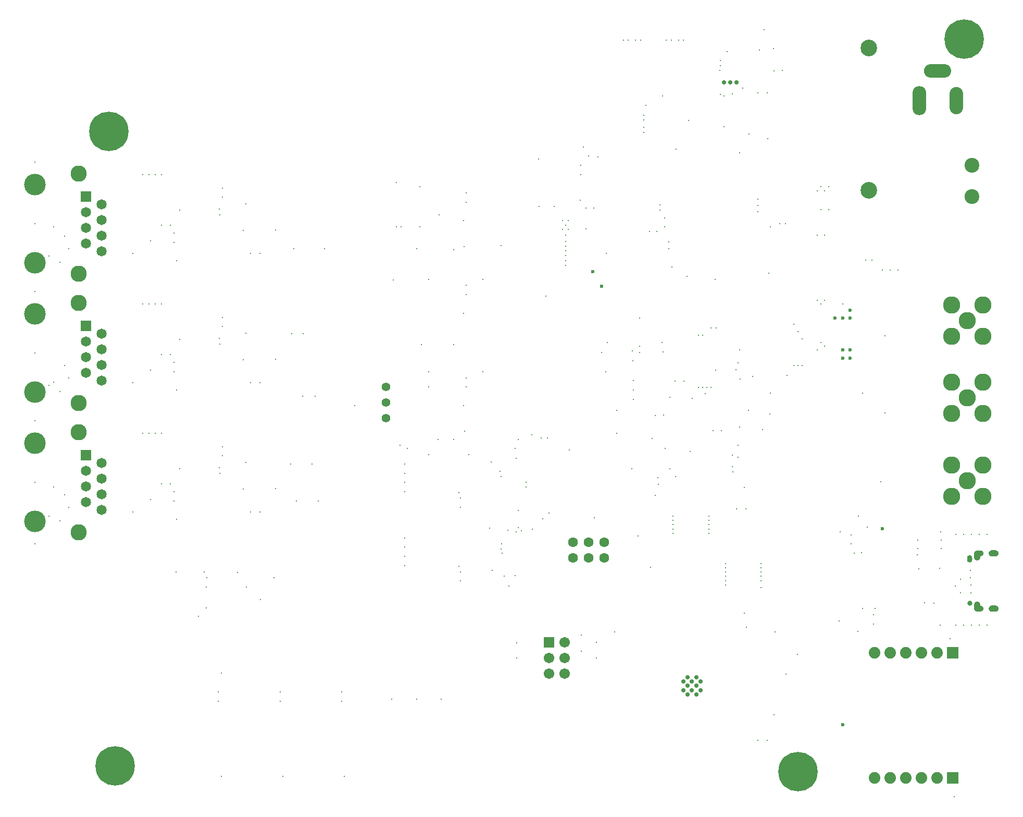
<source format=gbs>
G04*
G04 #@! TF.GenerationSoftware,Altium Limited,Altium Designer,24.5.1 (21)*
G04*
G04 Layer_Color=16711935*
%FSLAX25Y25*%
%MOIN*%
G70*
G04*
G04 #@! TF.SameCoordinates,BF01A39B-E5BE-45C2-AD7E-2E88940229C6*
G04*
G04*
G04 #@! TF.FilePolarity,Negative*
G04*
G01*
G75*
%ADD116C,0.03280*%
%ADD117R,0.07414X0.07414*%
%ADD118C,0.07414*%
%ADD119C,0.09461*%
%ADD120R,0.06706X0.06706*%
%ADD121C,0.06706*%
%ADD122C,0.06501*%
%ADD123R,0.06501X0.06501*%
%ADD124C,0.10367*%
%ADD125C,0.13792*%
%ADD126C,0.11036*%
%ADD127C,0.05524*%
%ADD128C,0.25210*%
%ADD129C,0.06312*%
%ADD130C,0.10642*%
%ADD131O,0.08800X0.17400*%
%ADD132O,0.17400X0.08800*%
%ADD133O,0.08800X0.18600*%
%ADD134C,0.01221*%
%ADD135C,0.01181*%
%ADD136C,0.02362*%
%ADD137C,0.02769*%
G36*
X616934Y165138D02*
X616939Y165138D01*
X617022Y165134D01*
X617105Y165130D01*
X617115Y165129D01*
X617125Y165128D01*
X617208Y165117D01*
X617214Y165115D01*
X617220Y165115D01*
X617299Y165099D01*
X617302Y165098D01*
X617306Y165097D01*
X617389Y165077D01*
X617395Y165076D01*
X617401Y165074D01*
X617480Y165051D01*
X617486Y165048D01*
X617492Y165046D01*
X617567Y165019D01*
X617570Y165017D01*
X617573Y165017D01*
X617652Y164985D01*
X617658Y164982D01*
X617664Y164980D01*
X617739Y164944D01*
X617745Y164941D01*
X617751Y164938D01*
X617822Y164899D01*
X617826Y164896D01*
X617830Y164894D01*
X617901Y164851D01*
X617903Y164849D01*
X617905Y164848D01*
X617972Y164804D01*
X617979Y164799D01*
X617986Y164795D01*
X618053Y164743D01*
X618058Y164739D01*
X618064Y164734D01*
X618127Y164679D01*
X618130Y164677D01*
X618132Y164674D01*
X618191Y164619D01*
X618197Y164614D01*
X618202Y164609D01*
X618257Y164550D01*
X618259Y164547D01*
X618262Y164545D01*
X618317Y164482D01*
X618321Y164476D01*
X618326Y164471D01*
X618377Y164404D01*
X618382Y164396D01*
X618387Y164390D01*
X618430Y164323D01*
X618432Y164320D01*
X618433Y164318D01*
X618477Y164247D01*
X618479Y164243D01*
X618481Y164239D01*
X618521Y164169D01*
X618524Y164162D01*
X618527Y164156D01*
X618562Y164081D01*
X618565Y164075D01*
X618568Y164069D01*
X618599Y163990D01*
X618600Y163987D01*
X618602Y163985D01*
X618629Y163910D01*
X618631Y163903D01*
X618633Y163897D01*
X618657Y163818D01*
X618658Y163812D01*
X618660Y163806D01*
X618680Y163724D01*
X618680Y163720D01*
X618681Y163716D01*
X618697Y163637D01*
X618698Y163631D01*
X618699Y163625D01*
X618711Y163542D01*
X618712Y163532D01*
X618713Y163522D01*
X618717Y163440D01*
X618721Y163357D01*
X618721Y163347D01*
X618721Y163336D01*
X618717Y163253D01*
X618713Y163171D01*
X618712Y163161D01*
X618711Y163150D01*
X618699Y163068D01*
X618698Y163062D01*
X618697Y163056D01*
X618681Y162977D01*
X618680Y162973D01*
X618680Y162969D01*
X618660Y162887D01*
X618658Y162881D01*
X618657Y162875D01*
X618633Y162796D01*
X618631Y162790D01*
X618629Y162783D01*
X618602Y162708D01*
X618600Y162706D01*
X618599Y162703D01*
X618568Y162624D01*
X618565Y162618D01*
X618562Y162612D01*
X618527Y162537D01*
X618524Y162531D01*
X618521Y162524D01*
X618481Y162454D01*
X618479Y162450D01*
X618477Y162446D01*
X618433Y162375D01*
X618432Y162373D01*
X618430Y162370D01*
X618387Y162303D01*
X618382Y162296D01*
X618377Y162289D01*
X618326Y162222D01*
X618321Y162217D01*
X618317Y162211D01*
X618262Y162148D01*
X618259Y162146D01*
X618257Y162143D01*
X618202Y162084D01*
X618197Y162079D01*
X618191Y162074D01*
X618132Y162018D01*
X618130Y162016D01*
X618127Y162014D01*
X618064Y161959D01*
X618059Y161954D01*
X618053Y161950D01*
X617986Y161898D01*
X617979Y161894D01*
X617972Y161889D01*
X617905Y161845D01*
X617903Y161844D01*
X617901Y161842D01*
X617830Y161799D01*
X617826Y161797D01*
X617822Y161794D01*
X617751Y161755D01*
X617745Y161752D01*
X617739Y161749D01*
X617664Y161713D01*
X617658Y161711D01*
X617652Y161708D01*
X617573Y161676D01*
X617570Y161675D01*
X617567Y161674D01*
X617492Y161647D01*
X617486Y161645D01*
X617480Y161642D01*
X617401Y161619D01*
X617395Y161617D01*
X617389Y161616D01*
X617306Y161596D01*
X617302Y161595D01*
X617299Y161594D01*
X617220Y161578D01*
X617214Y161578D01*
X617208Y161576D01*
X617125Y161565D01*
X617115Y161564D01*
X617105Y161563D01*
X617022Y161559D01*
X616939Y161555D01*
X616934Y161555D01*
X616929Y161554D01*
X616911D01*
X616895Y161552D01*
X616869Y161549D01*
X616867Y161549D01*
X616865Y161548D01*
X616847Y161546D01*
X616832Y161542D01*
X616816Y161538D01*
X616797Y161531D01*
X616775Y161521D01*
X616775Y161521D01*
X616758Y161514D01*
X616742Y161504D01*
X616742Y161504D01*
X616731Y161498D01*
X616722Y161491D01*
X616712Y161484D01*
X616703Y161477D01*
X616697Y161473D01*
X616689Y161465D01*
X616681Y161458D01*
X616675Y161451D01*
X616666Y161444D01*
X616659Y161436D01*
X616652Y161429D01*
X616646Y161421D01*
X616637Y161413D01*
X616634Y161407D01*
X616626Y161398D01*
X616620Y161389D01*
X616612Y161380D01*
X616606Y161369D01*
X616606Y161369D01*
X616596Y161352D01*
X616589Y161336D01*
X616580Y161313D01*
X616573Y161294D01*
X616568Y161278D01*
X616564Y161263D01*
X616562Y161245D01*
X616562Y161243D01*
X616562Y161241D01*
X616558Y161215D01*
X616556Y161199D01*
Y160689D01*
X616555Y160684D01*
X616556Y160679D01*
X616552Y160592D01*
D01*
Y160592D01*
X616548Y160506D01*
X616546Y160496D01*
X616546Y160486D01*
X616534Y160400D01*
X616533Y160395D01*
X616533Y160390D01*
X616517Y160304D01*
X616516Y160299D01*
X616515Y160294D01*
X616495Y160208D01*
X616492Y160198D01*
X616490Y160187D01*
X616462Y160105D01*
X616462Y160105D01*
X616434Y160022D01*
X616431Y160013D01*
X616428Y160005D01*
X616393Y159922D01*
X616392Y159921D01*
X616391Y159919D01*
X616356Y159840D01*
X616350Y159830D01*
X616345Y159820D01*
X616302Y159746D01*
X616300Y159742D01*
X616298Y159738D01*
X616251Y159663D01*
X616251Y159663D01*
X616203Y159589D01*
X616195Y159578D01*
X616187Y159567D01*
X616132Y159500D01*
X616132Y159500D01*
X616077Y159433D01*
X616075Y159430D01*
X616072Y159427D01*
X616013Y159360D01*
X616004Y159351D01*
X615994Y159341D01*
X615927Y159282D01*
X615924Y159280D01*
X615922Y159277D01*
X615855Y159222D01*
X615855Y159222D01*
X615788Y159167D01*
X615777Y159159D01*
X615766Y159151D01*
X615693Y159105D01*
X615624Y159059D01*
X615616Y159055D01*
X615609Y159050D01*
X615530Y159007D01*
X615522Y159003D01*
X615514Y158999D01*
X615436Y158963D01*
X615434Y158963D01*
X615432Y158962D01*
X615349Y158926D01*
X615341Y158923D01*
X615333Y158920D01*
X615250Y158892D01*
X615250Y158892D01*
X615167Y158865D01*
X615157Y158862D01*
X615147Y158859D01*
X615060Y158839D01*
X615055Y158839D01*
X615051Y158837D01*
X614964Y158822D01*
X614959Y158821D01*
X614955Y158820D01*
X614868Y158808D01*
X614858Y158808D01*
X614848Y158807D01*
X614762Y158803D01*
X614762D01*
X614762D01*
X614675Y158799D01*
X614665Y158799D01*
X614655Y158799D01*
X614569Y158803D01*
D01*
X614569D01*
X614482Y158807D01*
X614472Y158808D01*
X614463Y158808D01*
X614376Y158820D01*
X614371Y158821D01*
X614367Y158822D01*
X614280Y158837D01*
X614275Y158839D01*
X614271Y158839D01*
X614184Y158859D01*
X614174Y158862D01*
X614164Y158865D01*
X614081Y158892D01*
X613998Y158920D01*
X613990Y158923D01*
X613981Y158926D01*
X613899Y158962D01*
X613897Y158963D01*
X613895Y158963D01*
X613816Y158999D01*
X613807Y159004D01*
X613797Y159009D01*
X613722Y159052D01*
X613718Y159055D01*
X613715Y159056D01*
X613640Y159104D01*
X613640Y159104D01*
X613565Y159151D01*
X613554Y159159D01*
X613543Y159167D01*
X613476Y159222D01*
X613476Y159222D01*
X613409Y159277D01*
X613407Y159280D01*
X613404Y159282D01*
X613337Y159341D01*
X613327Y159351D01*
X613317Y159360D01*
X613258Y159427D01*
X613256Y159430D01*
X613254Y159433D01*
X613199Y159500D01*
X613143Y159567D01*
X613136Y159578D01*
X613127Y159589D01*
X613080Y159664D01*
X613080Y159664D01*
X613033Y159738D01*
X613031Y159742D01*
X613029Y159746D01*
X612985Y159820D01*
X612981Y159830D01*
X612975Y159840D01*
X612940Y159919D01*
X612939Y159921D01*
X612938Y159922D01*
X612903Y160005D01*
X612900Y160013D01*
X612896Y160022D01*
X612869Y160105D01*
X612869Y160105D01*
X612841Y160187D01*
X612839Y160198D01*
X612835Y160208D01*
X612816Y160294D01*
X612815Y160299D01*
X612814Y160304D01*
X612798Y160390D01*
X612798Y160395D01*
X612797Y160400D01*
X612785Y160486D01*
X612784Y160496D01*
X612783Y160506D01*
X612779Y160592D01*
Y160592D01*
Y160592D01*
X612775Y160679D01*
X612775Y160684D01*
X612775Y160689D01*
Y163347D01*
X612775Y163352D01*
X612775Y163357D01*
X612779Y163439D01*
X612779Y163440D01*
X612783Y163522D01*
X612784Y163532D01*
X612785Y163542D01*
X612797Y163625D01*
X612798Y163631D01*
X612799Y163637D01*
X612815Y163716D01*
X612816Y163720D01*
X612816Y163724D01*
X612836Y163806D01*
X612838Y163812D01*
X612839Y163818D01*
X612863Y163897D01*
X612865Y163903D01*
X612867Y163910D01*
X612895Y163985D01*
X612896Y163987D01*
X612897Y163990D01*
X612928Y164069D01*
X612931Y164075D01*
X612934Y164081D01*
X612969Y164156D01*
X612972Y164162D01*
X612976Y164169D01*
X613015Y164239D01*
X613017Y164243D01*
X613019Y164247D01*
X613063Y164318D01*
X613064Y164320D01*
X613066Y164323D01*
X613109Y164390D01*
X613114Y164397D01*
X613119Y164404D01*
X613170Y164471D01*
X613175Y164476D01*
X613179Y164482D01*
X613234Y164545D01*
X613237Y164547D01*
X613239Y164550D01*
X613294Y164609D01*
X613300Y164614D01*
X613305Y164619D01*
X613364Y164674D01*
X613366Y164677D01*
X613369Y164679D01*
X613432Y164734D01*
X613438Y164739D01*
X613443Y164743D01*
X613510Y164795D01*
X613517Y164799D01*
X613524Y164804D01*
X613591Y164848D01*
X613593Y164849D01*
X613595Y164851D01*
X613666Y164894D01*
X613670Y164896D01*
X613674Y164899D01*
X613745Y164938D01*
X613751Y164941D01*
X613757Y164944D01*
X613832Y164980D01*
X613838Y164982D01*
X613844Y164985D01*
X613923Y165017D01*
X613926Y165017D01*
X613929Y165019D01*
X614004Y165046D01*
X614010Y165048D01*
X614016Y165051D01*
X614095Y165074D01*
X614101Y165076D01*
X614107Y165077D01*
X614190Y165097D01*
X614194Y165098D01*
X614198Y165099D01*
X614276Y165115D01*
X614282Y165115D01*
X614288Y165117D01*
X614371Y165128D01*
X614381Y165129D01*
X614391Y165130D01*
X614474Y165134D01*
X614557Y165138D01*
X614562Y165138D01*
X614567Y165138D01*
X616929D01*
X616934Y165138D01*
D02*
G37*
G36*
X626480Y165311D02*
X626583Y165303D01*
X626685Y165291D01*
X626787Y165272D01*
X626886Y165248D01*
X626988Y165220D01*
X627083Y165185D01*
X627177Y165146D01*
X627272Y165102D01*
X627362Y165051D01*
X627449Y164996D01*
X627535Y164941D01*
X627618Y164878D01*
X627697Y164811D01*
X627772Y164740D01*
X627843Y164665D01*
X627910Y164587D01*
X627972Y164504D01*
X628028Y164417D01*
X628083Y164331D01*
X628134Y164240D01*
X628177Y164146D01*
X628217Y164051D01*
X628252Y163957D01*
X628279Y163854D01*
X628303Y163756D01*
X628323Y163654D01*
X628335Y163551D01*
X628342Y163449D01*
X628346Y163347D01*
X628342Y163244D01*
X628335Y163142D01*
X628323Y163039D01*
X628303Y162937D01*
X628279Y162839D01*
X628252Y162736D01*
X628217Y162642D01*
X628177Y162547D01*
X628134Y162453D01*
X628083Y162362D01*
X628028Y162276D01*
X627972Y162189D01*
X627910Y162106D01*
X627843Y162028D01*
X627772Y161953D01*
X627697Y161882D01*
X627618Y161815D01*
X627535Y161752D01*
X627449Y161697D01*
X627362Y161642D01*
X627272Y161591D01*
X627177Y161547D01*
X627083Y161508D01*
X626988Y161472D01*
X626886Y161445D01*
X626787Y161421D01*
X626685Y161402D01*
X626583Y161390D01*
X626480Y161382D01*
X626378Y161378D01*
X624016D01*
X623913Y161382D01*
X623811Y161390D01*
X623709Y161402D01*
X623606Y161421D01*
X623508Y161445D01*
X623406Y161472D01*
X623311Y161508D01*
X623216Y161547D01*
X623122Y161591D01*
X623032Y161642D01*
X622945Y161697D01*
X622858Y161752D01*
X622776Y161815D01*
X622697Y161882D01*
X622622Y161953D01*
X622551Y162028D01*
X622484Y162106D01*
X622421Y162189D01*
X622366Y162276D01*
X622311Y162362D01*
X622260Y162453D01*
X622217Y162547D01*
X622177Y162642D01*
X622142Y162736D01*
X622114Y162839D01*
X622090Y162937D01*
X622071Y163039D01*
X622059Y163142D01*
X622051Y163244D01*
X622047Y163347D01*
X622051Y163449D01*
X622059Y163551D01*
X622071Y163654D01*
X622090Y163756D01*
X622114Y163854D01*
X622142Y163957D01*
X622177Y164051D01*
X622217Y164146D01*
X622260Y164240D01*
X622311Y164331D01*
X622366Y164417D01*
X622421Y164504D01*
X622484Y164587D01*
X622551Y164665D01*
X622622Y164740D01*
X622697Y164811D01*
X622776Y164878D01*
X622858Y164941D01*
X622945Y164996D01*
X623032Y165051D01*
X623122Y165102D01*
X623216Y165146D01*
X623311Y165185D01*
X623406Y165220D01*
X623508Y165248D01*
X623606Y165272D01*
X623709Y165291D01*
X623811Y165303D01*
X623913Y165311D01*
X624016Y165315D01*
X626378D01*
X626480Y165311D01*
D02*
G37*
G36*
X609929Y162102D02*
X610012Y162098D01*
X610098Y162087D01*
X610181Y162071D01*
X610264Y162051D01*
X610347Y162028D01*
X610429Y161996D01*
X610508Y161965D01*
X610583Y161929D01*
X610658Y161886D01*
X610732Y161843D01*
X610803Y161795D01*
X610870Y161744D01*
X610937Y161685D01*
X610996Y161626D01*
X611055Y161567D01*
X611114Y161500D01*
X611165Y161433D01*
X611213Y161362D01*
X611256Y161287D01*
X611299Y161213D01*
X611335Y161138D01*
X611366Y161059D01*
X611398Y160976D01*
X611421Y160894D01*
X611441Y160811D01*
X611457Y160728D01*
X611469Y160642D01*
X611472Y160559D01*
X611476Y160472D01*
Y159213D01*
X611472Y159126D01*
X611469Y159043D01*
X611457Y158957D01*
X611441Y158874D01*
X611421Y158791D01*
X611398Y158709D01*
X611366Y158626D01*
X611335Y158547D01*
X611299Y158472D01*
X611256Y158394D01*
X611213Y158323D01*
X611165Y158252D01*
X611114Y158185D01*
X611055Y158118D01*
X610996Y158059D01*
X610937Y158000D01*
X610870Y157941D01*
X610803Y157890D01*
X610732Y157843D01*
X610658Y157799D01*
X610583Y157756D01*
X610508Y157720D01*
X610429Y157689D01*
X610347Y157658D01*
X610264Y157634D01*
X610181Y157614D01*
X610098Y157598D01*
X610012Y157587D01*
X609929Y157583D01*
X609842Y157579D01*
X609756Y157583D01*
X609673Y157587D01*
X609587Y157598D01*
X609504Y157614D01*
X609421Y157634D01*
X609339Y157658D01*
X609256Y157689D01*
X609177Y157720D01*
X609102Y157756D01*
X609028Y157799D01*
X608953Y157843D01*
X608882Y157890D01*
X608815Y157941D01*
X608748Y158000D01*
X608689Y158059D01*
X608630Y158118D01*
X608571Y158185D01*
X608520Y158252D01*
X608472Y158323D01*
X608429Y158394D01*
X608386Y158472D01*
X608350Y158547D01*
X608319Y158626D01*
X608287Y158709D01*
X608264Y158791D01*
X608244Y158874D01*
X608228Y158957D01*
X608216Y159043D01*
X608213Y159126D01*
X608209Y159213D01*
Y160472D01*
X608213Y160559D01*
X608216Y160642D01*
X608228Y160728D01*
X608244Y160811D01*
X608264Y160894D01*
X608287Y160976D01*
X608319Y161059D01*
X608350Y161138D01*
X608386Y161213D01*
X608429Y161287D01*
X608472Y161362D01*
X608520Y161433D01*
X608571Y161500D01*
X608630Y161567D01*
X608689Y161626D01*
X608748Y161685D01*
X608815Y161744D01*
X608882Y161795D01*
X608953Y161843D01*
X609028Y161886D01*
X609102Y161929D01*
X609177Y161965D01*
X609256Y161996D01*
X609339Y162028D01*
X609421Y162051D01*
X609504Y162071D01*
X609587Y162087D01*
X609673Y162098D01*
X609756Y162102D01*
X609842Y162106D01*
X609929Y162102D01*
D02*
G37*
G36*
X614762Y132536D02*
D01*
X614762D01*
X614848Y132532D01*
X614858Y132531D01*
X614868Y132530D01*
X614955Y132518D01*
X614959Y132517D01*
X614964Y132517D01*
X615051Y132501D01*
X615055Y132500D01*
X615060Y132499D01*
X615147Y132480D01*
X615157Y132476D01*
X615167Y132474D01*
X615250Y132446D01*
X615333Y132419D01*
X615341Y132415D01*
X615349Y132412D01*
X615432Y132377D01*
X615434Y132376D01*
X615436Y132375D01*
X615514Y132340D01*
X615522Y132336D01*
X615530Y132332D01*
X615609Y132289D01*
X615616Y132284D01*
X615624Y132279D01*
X615693Y132234D01*
X615766Y132188D01*
X615777Y132179D01*
X615788Y132172D01*
X615855Y132116D01*
X615855Y132116D01*
X615922Y132061D01*
X615924Y132059D01*
X615927Y132057D01*
X615994Y131998D01*
X616003Y131988D01*
X616013Y131978D01*
X616072Y131911D01*
X616075Y131909D01*
X616077Y131906D01*
X616132Y131839D01*
X616187Y131772D01*
X616195Y131761D01*
X616203Y131750D01*
X616251Y131675D01*
X616251Y131675D01*
X616298Y131600D01*
X616300Y131597D01*
X616302Y131593D01*
X616345Y131518D01*
X616350Y131508D01*
X616356Y131499D01*
X616391Y131420D01*
X616392Y131418D01*
X616393Y131416D01*
X616428Y131334D01*
X616431Y131325D01*
X616434Y131317D01*
X616462Y131234D01*
X616462Y131234D01*
X616490Y131151D01*
X616492Y131141D01*
X616495Y131131D01*
X616515Y131044D01*
X616516Y131040D01*
X616517Y131035D01*
X616533Y130948D01*
X616533Y130944D01*
X616534Y130939D01*
X616546Y130852D01*
X616546Y130842D01*
X616548Y130833D01*
X616552Y130746D01*
Y130746D01*
Y130746D01*
X616556Y130659D01*
X616555Y130655D01*
X616556Y130650D01*
Y130140D01*
X616558Y130123D01*
X616562Y130098D01*
X616562Y130096D01*
X616562Y130094D01*
X616564Y130075D01*
X616568Y130060D01*
X616573Y130044D01*
X616580Y130026D01*
X616589Y130003D01*
X616589Y130003D01*
X616596Y129987D01*
X616606Y129970D01*
X616606Y129970D01*
X616612Y129959D01*
X616620Y129950D01*
X616626Y129941D01*
X616634Y129931D01*
X616637Y129926D01*
X616646Y129917D01*
X616652Y129910D01*
X616659Y129903D01*
X616666Y129894D01*
X616675Y129887D01*
X616681Y129880D01*
X616689Y129874D01*
X616697Y129866D01*
X616703Y129862D01*
X616712Y129855D01*
X616722Y129848D01*
X616731Y129841D01*
X616742Y129834D01*
X616758Y129825D01*
X616775Y129818D01*
X616797Y129808D01*
X616816Y129801D01*
X616832Y129797D01*
X616847Y129793D01*
X616865Y129790D01*
X616867Y129790D01*
X616869Y129790D01*
X616895Y129786D01*
X616911Y129784D01*
X616929D01*
X616934Y129784D01*
X616939Y129784D01*
X617022Y129780D01*
X617105Y129776D01*
X617115Y129775D01*
X617125Y129774D01*
X617208Y129762D01*
X617214Y129761D01*
X617220Y129760D01*
X617299Y129745D01*
X617302Y129743D01*
X617306Y129743D01*
X617389Y129723D01*
X617395Y129721D01*
X617401Y129720D01*
X617480Y129696D01*
X617486Y129694D01*
X617492Y129692D01*
X617567Y129665D01*
X617570Y129663D01*
X617573Y129662D01*
X617652Y129631D01*
X617658Y129628D01*
X617664Y129625D01*
X617739Y129590D01*
X617745Y129587D01*
X617751Y129584D01*
X617822Y129544D01*
X617826Y129542D01*
X617830Y129540D01*
X617901Y129496D01*
X617903Y129495D01*
X617905Y129493D01*
X617972Y129450D01*
X617979Y129445D01*
X617986Y129440D01*
X618053Y129389D01*
X618058Y129384D01*
X618064Y129380D01*
X618127Y129325D01*
X618130Y129322D01*
X618132Y129320D01*
X618191Y129265D01*
X618197Y129260D01*
X618202Y129254D01*
X618257Y129195D01*
X618259Y129193D01*
X618262Y129190D01*
X618317Y129127D01*
X618321Y129121D01*
X618326Y129116D01*
X618377Y129049D01*
X618382Y129042D01*
X618387Y129035D01*
X618430Y128968D01*
X618432Y128966D01*
X618433Y128964D01*
X618477Y128893D01*
X618479Y128889D01*
X618481Y128885D01*
X618521Y128814D01*
X618524Y128808D01*
X618527Y128802D01*
X618562Y128727D01*
X618565Y128721D01*
X618568Y128715D01*
X618599Y128636D01*
X618600Y128633D01*
X618602Y128630D01*
X618629Y128555D01*
X618631Y128549D01*
X618633Y128543D01*
X618657Y128464D01*
X618658Y128458D01*
X618660Y128452D01*
X618680Y128369D01*
X618680Y128365D01*
X618681Y128361D01*
X618697Y128283D01*
X618698Y128277D01*
X618699Y128271D01*
X618711Y128188D01*
X618712Y128178D01*
X618713Y128168D01*
X618717Y128085D01*
X618721Y128003D01*
X618721Y127992D01*
X618721Y127982D01*
X618717Y127899D01*
X618713Y127816D01*
X618712Y127806D01*
X618711Y127796D01*
X618699Y127713D01*
X618698Y127707D01*
X618697Y127701D01*
X618681Y127623D01*
X618680Y127619D01*
X618680Y127615D01*
X618660Y127532D01*
X618658Y127526D01*
X618657Y127520D01*
X618633Y127442D01*
X618631Y127435D01*
X618629Y127429D01*
X618602Y127354D01*
X618600Y127351D01*
X618599Y127348D01*
X618568Y127270D01*
X618565Y127264D01*
X618562Y127257D01*
X618527Y127183D01*
X618524Y127176D01*
X618521Y127170D01*
X618481Y127099D01*
X618479Y127095D01*
X618477Y127091D01*
X618433Y127021D01*
X618432Y127018D01*
X618430Y127016D01*
X618387Y126949D01*
X618382Y126942D01*
X618377Y126935D01*
X618326Y126868D01*
X618321Y126863D01*
X618317Y126857D01*
X618262Y126794D01*
X618259Y126792D01*
X618257Y126789D01*
X618202Y126730D01*
X618197Y126725D01*
X618191Y126719D01*
X618132Y126664D01*
X618130Y126662D01*
X618127Y126659D01*
X618064Y126604D01*
X618059Y126600D01*
X618053Y126595D01*
X617986Y126544D01*
X617979Y126539D01*
X617972Y126534D01*
X617905Y126491D01*
X617903Y126489D01*
X617901Y126488D01*
X617830Y126445D01*
X617826Y126443D01*
X617822Y126440D01*
X617751Y126401D01*
X617745Y126398D01*
X617739Y126394D01*
X617664Y126359D01*
X617658Y126356D01*
X617652Y126353D01*
X617573Y126322D01*
X617570Y126321D01*
X617567Y126320D01*
X617492Y126292D01*
X617486Y126290D01*
X617480Y126288D01*
X617401Y126264D01*
X617395Y126263D01*
X617389Y126261D01*
X617306Y126242D01*
X617302Y126241D01*
X617299Y126240D01*
X617220Y126224D01*
X617214Y126223D01*
X617208Y126222D01*
X617125Y126210D01*
X617115Y126209D01*
X617105Y126208D01*
X617022Y126204D01*
X616939Y126200D01*
X616934Y126200D01*
X616929Y126200D01*
X614567D01*
X614562Y126200D01*
X614557Y126200D01*
X614474Y126204D01*
X614391Y126208D01*
X614381Y126209D01*
X614371Y126210D01*
X614288Y126222D01*
X614282Y126223D01*
X614276Y126224D01*
X614198Y126240D01*
X614194Y126241D01*
X614190Y126242D01*
X614107Y126261D01*
X614101Y126263D01*
X614095Y126264D01*
X614016Y126288D01*
X614010Y126290D01*
X614004Y126292D01*
X613929Y126320D01*
X613926Y126321D01*
X613923Y126322D01*
X613844Y126353D01*
X613838Y126356D01*
X613832Y126359D01*
X613757Y126394D01*
X613751Y126398D01*
X613745Y126401D01*
X613674Y126440D01*
X613670Y126443D01*
X613666Y126445D01*
X613595Y126488D01*
X613593Y126490D01*
X613591Y126491D01*
X613524Y126534D01*
X613517Y126539D01*
X613510Y126544D01*
X613443Y126595D01*
X613438Y126600D01*
X613432Y126604D01*
X613369Y126659D01*
X613366Y126662D01*
X613364Y126664D01*
X613305Y126719D01*
X613300Y126725D01*
X613294Y126730D01*
X613239Y126789D01*
X613237Y126792D01*
X613234Y126794D01*
X613179Y126857D01*
X613175Y126863D01*
X613170Y126868D01*
X613119Y126935D01*
X613114Y126942D01*
X613109Y126949D01*
X613066Y127016D01*
X613064Y127018D01*
X613063Y127021D01*
X613019Y127092D01*
X613017Y127095D01*
X613015Y127099D01*
X612976Y127170D01*
X612972Y127176D01*
X612969Y127183D01*
X612934Y127257D01*
X612931Y127264D01*
X612928Y127270D01*
X612897Y127348D01*
X612896Y127351D01*
X612895Y127354D01*
X612867Y127429D01*
X612865Y127435D01*
X612863Y127442D01*
X612839Y127520D01*
X612838Y127526D01*
X612836Y127532D01*
X612816Y127615D01*
X612816Y127619D01*
X612815Y127623D01*
X612799Y127701D01*
X612798Y127708D01*
X612797Y127713D01*
X612785Y127796D01*
X612784Y127806D01*
X612783Y127816D01*
X612779Y127899D01*
Y127899D01*
Y127899D01*
X612775Y127982D01*
X612775Y127987D01*
X612775Y127992D01*
Y130650D01*
X612775Y130655D01*
X612775Y130659D01*
X612779Y130746D01*
D01*
Y130746D01*
X612783Y130833D01*
X612784Y130842D01*
X612785Y130852D01*
X612797Y130939D01*
X612798Y130944D01*
X612798Y130948D01*
X612814Y131035D01*
X612815Y131040D01*
X612816Y131044D01*
X612835Y131131D01*
X612839Y131141D01*
X612841Y131151D01*
X612869Y131234D01*
X612896Y131317D01*
X612900Y131325D01*
X612903Y131334D01*
X612938Y131416D01*
X612939Y131418D01*
X612940Y131420D01*
X612975Y131499D01*
X612981Y131508D01*
X612985Y131518D01*
X613029Y131593D01*
X613031Y131597D01*
X613033Y131600D01*
X613080Y131675D01*
X613080Y131675D01*
X613127Y131750D01*
X613136Y131761D01*
X613143Y131772D01*
X613199Y131839D01*
X613199Y131839D01*
X613254Y131906D01*
X613256Y131909D01*
X613258Y131911D01*
X613317Y131978D01*
X613327Y131988D01*
X613337Y131998D01*
X613404Y132056D01*
X613407Y132059D01*
X613409Y132061D01*
X613476Y132116D01*
X613543Y132172D01*
X613554Y132179D01*
X613565Y132188D01*
X613640Y132235D01*
X613640Y132235D01*
X613715Y132282D01*
X613718Y132284D01*
X613722Y132286D01*
X613797Y132330D01*
X613807Y132334D01*
X613816Y132340D01*
X613895Y132375D01*
X613897Y132376D01*
X613899Y132377D01*
X613981Y132412D01*
X613990Y132415D01*
X613998Y132419D01*
X614081Y132446D01*
X614081Y132446D01*
X614164Y132474D01*
X614174Y132476D01*
X614184Y132480D01*
X614271Y132499D01*
X614275Y132500D01*
X614280Y132501D01*
X614367Y132517D01*
X614371Y132517D01*
X614376Y132518D01*
X614463Y132530D01*
X614472Y132531D01*
X614482Y132532D01*
X614569Y132536D01*
X614569D01*
D01*
X614655Y132540D01*
X614665Y132539D01*
X614675Y132540D01*
X614762Y132536D01*
D02*
G37*
G36*
X626480Y129957D02*
X626583Y129949D01*
X626685Y129937D01*
X626787Y129917D01*
X626886Y129894D01*
X626988Y129866D01*
X627083Y129831D01*
X627177Y129791D01*
X627272Y129748D01*
X627362Y129697D01*
X627449Y129642D01*
X627535Y129587D01*
X627618Y129524D01*
X627697Y129457D01*
X627772Y129386D01*
X627843Y129311D01*
X627910Y129232D01*
X627972Y129150D01*
X628028Y129063D01*
X628083Y128976D01*
X628134Y128886D01*
X628177Y128791D01*
X628217Y128697D01*
X628252Y128602D01*
X628279Y128500D01*
X628303Y128402D01*
X628323Y128299D01*
X628335Y128197D01*
X628342Y128094D01*
X628346Y127992D01*
X628342Y127890D01*
X628335Y127787D01*
X628323Y127685D01*
X628303Y127583D01*
X628279Y127484D01*
X628252Y127382D01*
X628217Y127287D01*
X628177Y127193D01*
X628134Y127098D01*
X628083Y127008D01*
X628028Y126921D01*
X627972Y126835D01*
X627910Y126752D01*
X627843Y126673D01*
X627772Y126598D01*
X627697Y126528D01*
X627618Y126461D01*
X627535Y126398D01*
X627449Y126342D01*
X627362Y126287D01*
X627272Y126236D01*
X627177Y126193D01*
X627083Y126154D01*
X626988Y126118D01*
X626886Y126091D01*
X626787Y126067D01*
X626685Y126047D01*
X626583Y126035D01*
X626480Y126028D01*
X626378Y126024D01*
X624016D01*
X623913Y126028D01*
X623811Y126035D01*
X623709Y126047D01*
X623606Y126067D01*
X623508Y126091D01*
X623406Y126118D01*
X623311Y126154D01*
X623216Y126193D01*
X623122Y126236D01*
X623032Y126287D01*
X622945Y126342D01*
X622858Y126398D01*
X622776Y126461D01*
X622697Y126528D01*
X622622Y126598D01*
X622551Y126673D01*
X622484Y126752D01*
X622421Y126835D01*
X622366Y126921D01*
X622311Y127008D01*
X622260Y127098D01*
X622217Y127193D01*
X622177Y127287D01*
X622142Y127382D01*
X622114Y127484D01*
X622090Y127583D01*
X622071Y127685D01*
X622059Y127787D01*
X622051Y127890D01*
X622047Y127992D01*
X622051Y128094D01*
X622059Y128197D01*
X622071Y128299D01*
X622090Y128402D01*
X622114Y128500D01*
X622142Y128602D01*
X622177Y128697D01*
X622217Y128791D01*
X622260Y128886D01*
X622311Y128976D01*
X622366Y129063D01*
X622421Y129150D01*
X622484Y129232D01*
X622551Y129311D01*
X622622Y129386D01*
X622697Y129457D01*
X622776Y129524D01*
X622858Y129587D01*
X622945Y129642D01*
X623032Y129697D01*
X623122Y129748D01*
X623216Y129791D01*
X623311Y129831D01*
X623406Y129866D01*
X623508Y129894D01*
X623606Y129917D01*
X623709Y129937D01*
X623811Y129949D01*
X623913Y129957D01*
X624016Y129961D01*
X626378D01*
X626480Y129957D01*
D02*
G37*
D116*
X609842Y131496D02*
D03*
Y159843D02*
D03*
D117*
X599114Y99843D02*
D03*
Y19842D02*
D03*
D118*
X589114Y99843D02*
D03*
X579114D02*
D03*
X569114D02*
D03*
X559114D02*
D03*
X549114D02*
D03*
X589114Y19842D02*
D03*
X579114D02*
D03*
X569114D02*
D03*
X559114D02*
D03*
X549114D02*
D03*
D119*
X611417Y411575D02*
D03*
Y391575D02*
D03*
D120*
X340551Y106457D02*
D03*
D121*
X350551D02*
D03*
X340551Y96457D02*
D03*
X350551D02*
D03*
X340551Y86457D02*
D03*
X350551D02*
D03*
D122*
X54291Y191161D02*
D03*
X44291Y196161D02*
D03*
X54291Y201161D02*
D03*
X44291Y206161D02*
D03*
X54291Y211161D02*
D03*
X44291Y216161D02*
D03*
X54291Y221161D02*
D03*
Y273839D02*
D03*
X44291Y278839D02*
D03*
X54291Y283839D02*
D03*
X44291Y288839D02*
D03*
X54291Y293839D02*
D03*
X44291Y298839D02*
D03*
X54291Y303839D02*
D03*
Y356516D02*
D03*
X44291Y361516D02*
D03*
X54291Y366516D02*
D03*
X44291Y371516D02*
D03*
X54291Y376516D02*
D03*
X44291Y381516D02*
D03*
X54291Y386516D02*
D03*
D123*
X44291Y226161D02*
D03*
Y308839D02*
D03*
Y391516D02*
D03*
D124*
X39803Y176654D02*
D03*
Y240669D02*
D03*
Y259331D02*
D03*
Y323346D02*
D03*
Y342008D02*
D03*
Y406024D02*
D03*
D125*
X11811Y183661D02*
D03*
Y233661D02*
D03*
Y266339D02*
D03*
Y316339D02*
D03*
Y349016D02*
D03*
Y399016D02*
D03*
D126*
X598268Y219646D02*
D03*
Y199646D02*
D03*
X618268D02*
D03*
Y219646D02*
D03*
X608268Y209646D02*
D03*
X598268Y272795D02*
D03*
Y252795D02*
D03*
X618268D02*
D03*
Y272795D02*
D03*
X608268Y262795D02*
D03*
X598268Y322008D02*
D03*
Y302008D02*
D03*
X618268D02*
D03*
Y322008D02*
D03*
X608268Y312008D02*
D03*
D127*
X236221Y249843D02*
D03*
Y259842D02*
D03*
Y269843D02*
D03*
D128*
X500000Y23622D02*
D03*
X62992Y27559D02*
D03*
X59055Y433071D02*
D03*
X606299Y492126D02*
D03*
D129*
X376142Y170354D02*
D03*
Y160354D02*
D03*
X366142Y170354D02*
D03*
Y160354D02*
D03*
X356142Y170354D02*
D03*
Y160354D02*
D03*
D130*
X545276Y486349D02*
D03*
X545275Y395540D02*
D03*
D131*
X601378Y452756D02*
D03*
D132*
X589370Y471654D02*
D03*
D133*
X577756Y452756D02*
D03*
D134*
X338583Y327756D02*
D03*
X333858Y415354D02*
D03*
X349213Y370472D02*
D03*
X353150D02*
D03*
X349213Y375984D02*
D03*
X353150D02*
D03*
X351181Y373228D02*
D03*
X362598Y423228D02*
D03*
X372047Y416929D02*
D03*
X366142Y417323D02*
D03*
X361024Y411417D02*
D03*
Y405512D02*
D03*
X334252Y385039D02*
D03*
X344094D02*
D03*
X364173Y384252D02*
D03*
X369291D02*
D03*
X351350Y353904D02*
D03*
Y359904D02*
D03*
Y347404D02*
D03*
Y362904D02*
D03*
Y356904D02*
D03*
Y350404D02*
D03*
X351461Y366764D02*
D03*
D135*
X468176Y254703D02*
D03*
X454724Y484252D02*
D03*
X413386Y455709D02*
D03*
X452756D02*
D03*
X450182Y456693D02*
D03*
X430118Y439961D02*
D03*
X422094Y421828D02*
D03*
X457874Y457087D02*
D03*
X452756Y436024D02*
D03*
X377165Y355118D02*
D03*
X470866Y276378D02*
D03*
X462992Y274803D02*
D03*
X610383Y147835D02*
D03*
X603893Y138233D02*
D03*
X610715Y143203D02*
D03*
X610394Y152362D02*
D03*
X597244Y108661D02*
D03*
X364173Y370866D02*
D03*
X360630Y388976D02*
D03*
X413779Y292126D02*
D03*
X412992Y298031D02*
D03*
X398819Y295669D02*
D03*
Y291732D02*
D03*
X377953Y298031D02*
D03*
X591031Y117311D02*
D03*
X591350Y177165D02*
D03*
X576378Y162598D02*
D03*
X610630Y138189D02*
D03*
X600787Y142520D02*
D03*
X603937Y146850D02*
D03*
X549213Y127953D02*
D03*
X141339Y151181D02*
D03*
X121653Y147638D02*
D03*
X121260Y141732D02*
D03*
X146850D02*
D03*
X120079Y151575D02*
D03*
X101969D02*
D03*
X514567Y322835D02*
D03*
X512205Y325197D02*
D03*
X516929D02*
D03*
X553150Y209055D02*
D03*
X528740Y322835D02*
D03*
X436221Y269291D02*
D03*
X444488D02*
D03*
X441732D02*
D03*
X438976D02*
D03*
X440551Y265354D02*
D03*
X462598Y293307D02*
D03*
X512205D02*
D03*
X516929Y295669D02*
D03*
X514567Y298031D02*
D03*
X519685Y383071D02*
D03*
X514567D02*
D03*
X497244Y283465D02*
D03*
X500000D02*
D03*
X502756D02*
D03*
X398819Y313779D02*
D03*
X314961Y142520D02*
D03*
X304331Y152362D02*
D03*
X318898Y149213D02*
D03*
X286614Y241339D02*
D03*
X303543Y221654D02*
D03*
X240945Y338189D02*
D03*
X270303Y379710D02*
D03*
X286221Y359449D02*
D03*
X309842Y360236D02*
D03*
X353543Y229528D02*
D03*
X393701Y217323D02*
D03*
X130905Y20669D02*
D03*
X170276D02*
D03*
X209646D02*
D03*
X492913Y277165D02*
D03*
X502756Y300394D02*
D03*
X482283Y265748D02*
D03*
X541339D02*
D03*
X450955Y241900D02*
D03*
X445521Y241880D02*
D03*
X481882Y252370D02*
D03*
X418110Y262992D02*
D03*
X438976Y302755D02*
D03*
X436220D02*
D03*
X444488Y307480D02*
D03*
X447637Y307480D02*
D03*
X320866Y190945D02*
D03*
X11811Y169291D02*
D03*
Y208661D02*
D03*
Y248031D02*
D03*
Y291339D02*
D03*
Y330709D02*
D03*
Y374016D02*
D03*
Y413386D02*
D03*
X302756Y179528D02*
D03*
X374409Y291732D02*
D03*
X408661Y200394D02*
D03*
X164567Y147638D02*
D03*
X155905Y133858D02*
D03*
X116260Y122953D02*
D03*
X121260Y128347D02*
D03*
X514567Y397638D02*
D03*
X512205Y395276D02*
D03*
X519685Y397638D02*
D03*
X516929Y395276D02*
D03*
Y366929D02*
D03*
X512205D02*
D03*
X497244Y309842D02*
D03*
X447244Y280315D02*
D03*
X500000Y305118D02*
D03*
X369685Y186221D02*
D03*
X484645Y471653D02*
D03*
X104331Y300197D02*
D03*
X144882Y287008D02*
D03*
X104331Y217520D02*
D03*
X144882Y204331D02*
D03*
X85630Y280512D02*
D03*
Y197835D02*
D03*
X312007Y148622D02*
D03*
X310630Y163386D02*
D03*
X461587Y285039D02*
D03*
X460433Y280878D02*
D03*
X23622Y205709D02*
D03*
Y272835D02*
D03*
X322987Y177761D02*
D03*
X325875Y205793D02*
D03*
X474409Y43681D02*
D03*
X480315D02*
D03*
X484815Y59992D02*
D03*
X216161Y257874D02*
D03*
X287776Y393701D02*
D03*
Y387795D02*
D03*
X286051Y375984D02*
D03*
Y257874D02*
D03*
X287776Y334646D02*
D03*
Y328740D02*
D03*
X286051Y316929D02*
D03*
X287776Y269685D02*
D03*
Y275590D02*
D03*
X248406Y202756D02*
D03*
X283839Y192913D02*
D03*
Y198819D02*
D03*
X282874Y202193D02*
D03*
Y154949D02*
D03*
X283839Y145669D02*
D03*
Y151575D02*
D03*
X248406Y155512D02*
D03*
Y161417D02*
D03*
Y167323D02*
D03*
Y173228D02*
D03*
Y208661D02*
D03*
Y214567D02*
D03*
Y220472D02*
D03*
X263779Y269685D02*
D03*
X383858Y240158D02*
D03*
Y254921D02*
D03*
X376969Y279528D02*
D03*
X263779Y338583D02*
D03*
X298228D02*
D03*
X263779Y279528D02*
D03*
X298228D02*
D03*
X289370Y226378D02*
D03*
X263779D02*
D03*
X320866Y236221D02*
D03*
X250000Y230315D02*
D03*
X245276Y232283D02*
D03*
X318898Y230315D02*
D03*
X257874Y372047D02*
D03*
Y397638D02*
D03*
X243110Y372047D02*
D03*
X246063D02*
D03*
X279528Y236221D02*
D03*
X255906Y358268D02*
D03*
X192913Y196850D02*
D03*
X183071Y263779D02*
D03*
X191142D02*
D03*
X177165Y358268D02*
D03*
X196850D02*
D03*
X188976Y220472D02*
D03*
X175197D02*
D03*
X179134Y196850D02*
D03*
X129134Y74803D02*
D03*
Y68898D02*
D03*
X168504Y74803D02*
D03*
Y68898D02*
D03*
X207874Y74803D02*
D03*
Y68898D02*
D03*
X240158Y70079D02*
D03*
X255906D02*
D03*
X271654D02*
D03*
X130905Y86614D02*
D03*
X23622Y372047D02*
D03*
X27559Y184055D02*
D03*
Y266732D02*
D03*
Y349410D02*
D03*
X30512Y366142D02*
D03*
Y283465D02*
D03*
Y200787D02*
D03*
X33465Y192913D02*
D03*
X33465Y275590D02*
D03*
X33465Y358268D02*
D03*
X243110Y400591D02*
D03*
X20669Y187008D02*
D03*
Y270669D02*
D03*
Y353346D02*
D03*
X74441Y355202D02*
D03*
Y272525D02*
D03*
Y189848D02*
D03*
X330118Y178740D02*
D03*
X329528Y238976D02*
D03*
X408661Y251575D02*
D03*
X413933Y251728D02*
D03*
X100787Y202756D02*
D03*
Y196850D02*
D03*
Y285433D02*
D03*
Y279528D02*
D03*
X102362Y185039D02*
D03*
Y267717D02*
D03*
Y350394D02*
D03*
X100787Y362205D02*
D03*
Y368110D02*
D03*
X175984Y303937D02*
D03*
X183465D02*
D03*
X320866Y179921D02*
D03*
X131565Y231299D02*
D03*
Y225640D02*
D03*
X130037Y214567D02*
D03*
X149606Y189635D02*
D03*
X155512D02*
D03*
X165632Y204677D02*
D03*
X146653Y221457D02*
D03*
X129527Y218110D02*
D03*
X131565Y313976D02*
D03*
Y308317D02*
D03*
X130037Y297244D02*
D03*
X149606Y272313D02*
D03*
X155512D02*
D03*
X165632Y287354D02*
D03*
X146653Y304134D02*
D03*
X129527Y300787D02*
D03*
X98425Y207677D02*
D03*
X80709Y240158D02*
D03*
X84646D02*
D03*
X88583D02*
D03*
X92520D02*
D03*
Y207677D02*
D03*
X98425Y290354D02*
D03*
X80709Y322835D02*
D03*
X84646D02*
D03*
X88583D02*
D03*
X92520D02*
D03*
Y290354D02*
D03*
X85630Y363189D02*
D03*
X314173Y177953D02*
D03*
X340551Y188976D02*
D03*
X336614Y185433D02*
D03*
X397638Y174409D02*
D03*
X310097Y166090D02*
D03*
X310236Y169291D02*
D03*
X476378Y141535D02*
D03*
X453543Y151378D02*
D03*
Y148622D02*
D03*
Y145866D02*
D03*
Y143110D02*
D03*
Y156890D02*
D03*
X420079Y187205D02*
D03*
X309842Y212598D02*
D03*
X325984Y208661D02*
D03*
X465551Y124961D02*
D03*
X466929Y116142D02*
D03*
X442913Y187205D02*
D03*
X420079Y176181D02*
D03*
Y178937D02*
D03*
Y181693D02*
D03*
X457874Y225984D02*
D03*
Y218898D02*
D03*
X421654Y212598D02*
D03*
X431102Y228346D02*
D03*
X319685Y177165D02*
D03*
X309340Y215833D02*
D03*
X319576Y224100D02*
D03*
X104331Y382874D02*
D03*
X92520Y405512D02*
D03*
Y373031D02*
D03*
X98425D02*
D03*
X84646Y405512D02*
D03*
X88583D02*
D03*
X80709D02*
D03*
X405512Y154528D02*
D03*
X417323Y362402D02*
D03*
Y358071D02*
D03*
X547276Y350736D02*
D03*
X543276D02*
D03*
X335630Y237205D02*
D03*
X339567D02*
D03*
X453543Y154134D02*
D03*
X458268Y215354D02*
D03*
X465748Y205512D02*
D03*
X442919Y176181D02*
D03*
X442886Y178937D02*
D03*
Y181693D02*
D03*
X442886Y184449D02*
D03*
X269685Y236221D02*
D03*
X555512Y253150D02*
D03*
Y302362D02*
D03*
X279528Y296850D02*
D03*
X259055D02*
D03*
X279528Y357480D02*
D03*
X420079Y184449D02*
D03*
X476378Y151378D02*
D03*
Y154134D02*
D03*
Y148622D02*
D03*
Y145866D02*
D03*
Y156890D02*
D03*
X382677Y112992D02*
D03*
X361417Y100787D02*
D03*
Y111024D02*
D03*
X499803Y98819D02*
D03*
X492323Y86221D02*
D03*
X485433Y112992D02*
D03*
X371016Y96528D02*
D03*
Y106370D02*
D03*
X319929Y96386D02*
D03*
Y106228D02*
D03*
X538339Y113469D02*
D03*
X544339Y180124D02*
D03*
X540495Y163919D02*
D03*
X538696Y187008D02*
D03*
X535995Y163419D02*
D03*
X533858Y169291D02*
D03*
Y175197D02*
D03*
X526985Y177165D02*
D03*
X548425Y118110D02*
D03*
Y124016D02*
D03*
X541339Y127953D02*
D03*
X526378Y120079D02*
D03*
X419291Y346457D02*
D03*
X429134Y340551D02*
D03*
X411811Y386024D02*
D03*
Y382874D02*
D03*
X414524Y377677D02*
D03*
Y372177D02*
D03*
X446850Y338583D02*
D03*
X481299Y342520D02*
D03*
X474409Y389764D02*
D03*
X492126Y374016D02*
D03*
X482283Y372047D02*
D03*
X474409Y385827D02*
D03*
Y381890D02*
D03*
X488189Y374016D02*
D03*
X405024Y369177D02*
D03*
X409524D02*
D03*
X146653Y386811D02*
D03*
X130037Y379921D02*
D03*
X129527Y383465D02*
D03*
X131565Y396654D02*
D03*
Y390995D02*
D03*
X155512Y354990D02*
D03*
X165632Y370031D02*
D03*
X144882Y369685D02*
D03*
X149606Y354990D02*
D03*
X432283Y262598D02*
D03*
X410236Y211811D02*
D03*
X475394Y485236D02*
D03*
X478386Y498032D02*
D03*
X484252Y486031D02*
D03*
X480315Y457677D02*
D03*
X474409D02*
D03*
X468504Y431291D02*
D03*
X462598Y419480D02*
D03*
X402748Y449803D02*
D03*
X423622Y491339D02*
D03*
X426772D02*
D03*
X415748D02*
D03*
X418898D02*
D03*
X396063D02*
D03*
X399213D02*
D03*
X388189D02*
D03*
X391339D02*
D03*
X401378Y440354D02*
D03*
Y443504D02*
D03*
Y432480D02*
D03*
Y435630D02*
D03*
X464567Y460630D02*
D03*
X490158Y472047D02*
D03*
X480709Y428346D02*
D03*
X450394Y475197D02*
D03*
X450000Y472047D02*
D03*
X450394Y478346D02*
D03*
X462598Y244094D02*
D03*
X410630Y207480D02*
D03*
X461795Y224909D02*
D03*
Y232409D02*
D03*
X418110Y217323D02*
D03*
X394094Y292642D02*
D03*
X394189Y286282D02*
D03*
X601031Y175602D02*
D03*
X606031D02*
D03*
X611031D02*
D03*
X616031D02*
D03*
X621031D02*
D03*
Y117311D02*
D03*
X616031D02*
D03*
X611031D02*
D03*
X606031D02*
D03*
X601031D02*
D03*
X590551Y153937D02*
D03*
X587031Y131311D02*
D03*
X591531Y166311D02*
D03*
Y171811D02*
D03*
X577165Y153543D02*
D03*
X581031Y131811D02*
D03*
X576531Y171811D02*
D03*
Y166311D02*
D03*
X600031Y7811D02*
D03*
X426897Y273535D02*
D03*
X421397D02*
D03*
X477165Y242520D02*
D03*
X466535Y191929D02*
D03*
X460630D02*
D03*
X564055Y344488D02*
D03*
X554055D02*
D03*
X559055D02*
D03*
X415139Y230283D02*
D03*
X406639Y236709D02*
D03*
X394685Y273622D02*
D03*
Y267717D02*
D03*
Y261811D02*
D03*
D136*
X368707Y343563D02*
D03*
X374410Y334075D02*
D03*
X528740Y53937D02*
D03*
X533465Y288189D02*
D03*
X528543D02*
D03*
X533465Y318898D02*
D03*
Y293307D02*
D03*
Y313779D02*
D03*
X528740D02*
D03*
X523622D02*
D03*
X528543Y293307D02*
D03*
X554134Y179134D02*
D03*
D137*
X426575Y81299D02*
D03*
X432087D02*
D03*
X437598D02*
D03*
X426575Y75787D02*
D03*
X432087D02*
D03*
X437598D02*
D03*
X429331Y84213D02*
D03*
X434842D02*
D03*
X429331Y78701D02*
D03*
X434842D02*
D03*
X429331Y73189D02*
D03*
X434842D02*
D03*
X460693Y464567D02*
D03*
X452693D02*
D03*
X456693D02*
D03*
M02*

</source>
